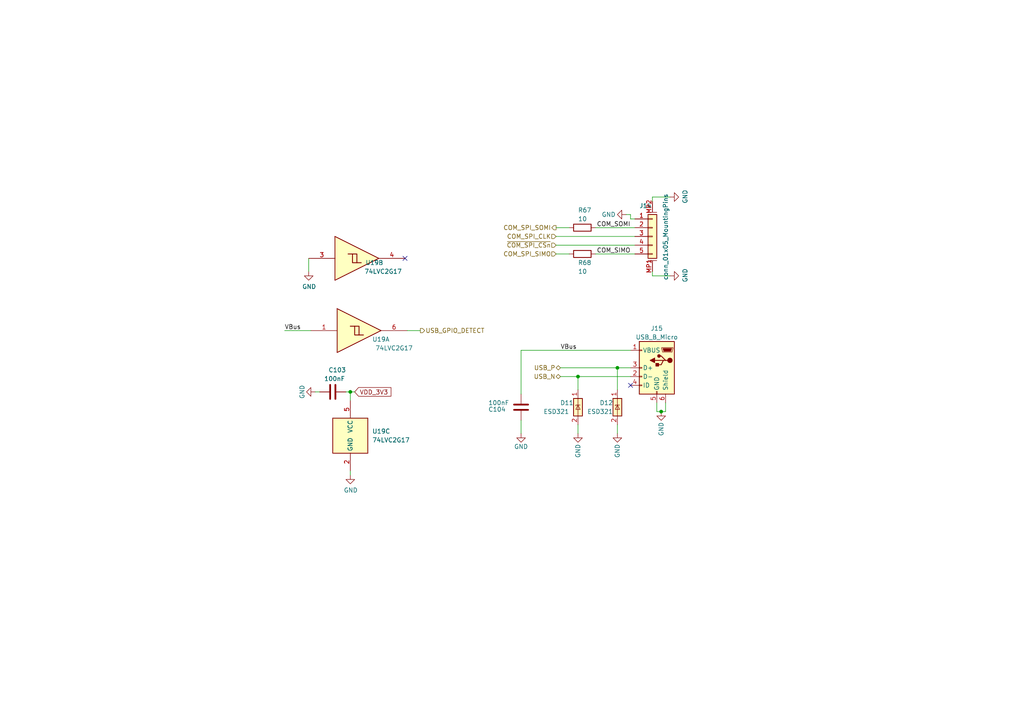
<source format=kicad_sch>
(kicad_sch (version 20230121) (generator eeschema)
  (paper "A4")
  (title_block (title "Open MOtor DRiver Initiative (OMODRI)") (date "2022-11-24") (rev "2.0") (company "LAAS/CNRS"))
  (lib_symbols
    (symbol "74xGxx:74LVC2G17"
      (property "Reference" "U" (at -1.27 7.62 0))
      (property "Value" "74LVC2G17" (at 2.54 -7.62 0))
      (symbol "74LVC2G17_1_1"
        (polyline (pts (xy -2.54 1.27) (xy -1.27 1.27) (xy -1.27 -1.27)) (stroke (width 0.254)) (fill (type background)))
        (polyline (pts (xy -7.62 6.35) (xy -7.62 -6.35) (xy 5.08 0) (xy -7.62 6.35)) (stroke (width 0.254)) (fill (type background)))
        (polyline (pts (xy -3.81 1.27) (xy -2.54 1.27) (xy -2.54 -1.27) (xy 0 -1.27)) (stroke (width 0.254)) (fill (type background)))
        (pin input line (at -15.24 0 0) (length 7.62) (name "~") (number "1"))
        (pin output line (at 12.7 0 180) (length 7.62) (name "~") (number "6"))
      )
      (symbol "74LVC2G17_2_1"
        (polyline (pts (xy -2.54 1.27) (xy -1.27 1.27) (xy -1.27 -1.27)) (stroke (width 0.254)) (fill (type background)))
        (polyline (pts (xy -7.62 6.35) (xy -7.62 -6.35) (xy 5.08 0) (xy -7.62 6.35)) (stroke (width 0.254)) (fill (type background)))
        (polyline (pts (xy -3.81 1.27) (xy -2.54 1.27) (xy -2.54 -1.27) (xy 0 -1.27)) (stroke (width 0.254)) (fill (type background)))
        (pin input line (at -15.24 0 0) (length 7.62) (name "~") (number "3"))
        (pin output line (at 12.7 0 180) (length 7.62) (name "~") (number "4"))
      )
      (symbol "74LVC2G17_3_0"
        (rectangle (start -5.08 -5.08) (end 5.08 5.08) (stroke (width 0.254)) (fill (type background)))
      )
      (symbol "74LVC2G17_3_1"
        (pin power_in line (at 0 -10.16 90) (length 5.08) (name "GND") (number "2"))
        (pin power_in line (at 0 10.16 270) (length 5.08) (name "VCC") (number "5"))
      )
    )
    (symbol "Device:C" (pin_numbers hide) (pin_names (offset 0.254))
      (property "Reference" "C" (at 0.635 2.54 0))
      (property "Value" "C" (at 0.635 -2.54 0))
      (symbol "C_0_1"
        (polyline (pts (xy -2.032 -0.762) (xy 2.032 -0.762)) (stroke (width 0.508)))
        (polyline (pts (xy -2.032 0.762) (xy 2.032 0.762)) (stroke (width 0.508)))
      )
      (symbol "C_1_1"
        (pin passive line (at 0 3.81 270) (length 2.794) (name "~") (number "1"))
        (pin passive line (at 0 -3.81 90) (length 2.794) (name "~") (number "2"))
      )
    )
    (symbol "Device:R" (pin_numbers hide) (pin_names (offset 0))
      (property "Reference" "R" (at 2.032 0 90))
      (property "Value" "R" (at 0 0 90))
      (symbol "R_0_1"
        (rectangle (start -1.016 -2.54) (end 1.016 2.54) (stroke (width 0.254)))
      )
      (symbol "R_1_1"
        (pin passive line (at 0 3.81 270) (length 1.27) (name "~") (number "1"))
        (pin passive line (at 0 -3.81 90) (length 1.27) (name "~") (number "2"))
      )
    )
    (symbol "omodri_lib:ESD321" (pin_names hide)
      (property "Reference" "D" (at 3.175 1.905 0))
      (property "Value" "ESD321" (at 1.905 -1.905 0))
      (symbol "ESD321_0_0"
        (pin passive line (at 0 -5.08 90) (length 2.54) (name "GND") (number "2"))
      )
      (symbol "ESD321_0_1"
        (rectangle (start -1.27 2.54) (end 1.27 -2.54) (stroke (width 0.254)) (fill (type background)))
        (polyline (pts (xy 0 2.54) (xy 0 -2.54)))
        (polyline (pts (xy -0.635 0.635) (xy 0.635 0.635) (xy 0.635 0.381)))
        (polyline (pts (xy -0.635 -0.635) (xy 0.635 -0.635) (xy 0 0.635) (xy -0.635 -0.635)))
      )
      (symbol "ESD321_1_1"
        (pin passive line (at 0 5.08 270) (length 2.54) (name "IO1") (number "1"))
      )
    )
    (symbol "omodri_lib:USB_B_Micro" (pin_names (offset 1.016))
      (property "Reference" "J" (at -5.08 11.43 0))
      (property "Value" "USB_B_Micro" (at -5.08 8.89 0))
      (symbol "USB_B_Micro_0_1"
        (rectangle (start -5.08 -7.62) (end 5.08 7.62) (stroke (width 0.254)) (fill (type background)))
        (circle (center -3.81 2.159) (radius 0.635) (stroke (width 0.254)) (fill (type outline)))
        (circle (center -0.635 3.429) (radius 0.381) (stroke (width 0.254)) (fill (type outline)))
        (rectangle (start -0.127 -7.62) (end 0.127 -6.858))
        (polyline (pts (xy -1.905 2.159) (xy 0.635 2.159)) (stroke (width 0.254)))
        (polyline (pts (xy -3.175 2.159) (xy -2.54 2.159) (xy -1.27 3.429) (xy -0.635 3.429)) (stroke (width 0.254)))
        (polyline (pts (xy -2.54 2.159) (xy -1.905 2.159) (xy -1.27 0.889) (xy 0 0.889)) (stroke (width 0.254)))
        (polyline (pts (xy 0.635 2.794) (xy 0.635 1.524) (xy 1.905 2.159) (xy 0.635 2.794)) (stroke (width 0.254)) (fill (type outline)))
        (polyline (pts (xy -4.318 5.588) (xy -1.778 5.588) (xy -2.032 4.826) (xy -4.064 4.826) (xy -4.318 5.588)) (fill (type outline)))
        (polyline (pts (xy -4.699 5.842) (xy -4.699 5.588) (xy -4.445 4.826) (xy -4.445 4.572) (xy -1.651 4.572) (xy -1.651 4.826) (xy -1.397 5.588) (xy -1.397 5.842) (xy -4.699 5.842)))
        (rectangle (start 0.254 1.27) (end -0.508 0.508) (stroke (width 0.254)) (fill (type outline)))
        (rectangle (start 5.08 -5.207) (end 4.318 -4.953))
        (rectangle (start 5.08 -2.667) (end 4.318 -2.413))
        (rectangle (start 5.08 -0.127) (end 4.318 0.127))
        (rectangle (start 5.08 4.953) (end 4.318 5.207))
      )
      (symbol "USB_B_Micro_1_1"
        (pin power_out line (at 7.62 5.08 180) (length 2.54) (name "VBUS") (number "1"))
        (pin passive line (at 7.62 -2.54 180) (length 2.54) (name "D-") (number "2"))
        (pin passive line (at 7.62 0 180) (length 2.54) (name "D+") (number "3"))
        (pin passive line (at 7.62 -5.08 180) (length 2.54) (name "ID") (number "4"))
        (pin passive line (at 0 -10.16 90) (length 2.54) (name "GND") (number "5"))
        (pin passive line (at -2.54 -10.16 90) (length 2.54) (name "Shield") (number "6"))
      )
    )
    (symbol "omodri_lib:conn_01x05_MountingPins" (pin_names hide)
      (property "Reference" "J" (at 13.97 1.905 0))
      (property "Value" "conn_01x05_MountingPins" (at 14.605 0 0))
      (symbol "conn_01x05_MountingPins_1_1"
        (rectangle (start -1.27 -4.953) (end 0 -5.207) (stroke (width 0.1524)))
        (rectangle (start -1.27 -2.413) (end 0 -2.667) (stroke (width 0.1524)))
        (rectangle (start -1.27 0.127) (end 0 -0.127) (stroke (width 0.1524)))
        (rectangle (start -1.27 2.667) (end 0 2.413) (stroke (width 0.1524)))
        (rectangle (start -1.27 5.207) (end 0 4.953) (stroke (width 0.1524)))
        (rectangle (start -1.27 6.35) (end 1.27 -6.35) (stroke (width 0.254)) (fill (type background)))
        (polyline (pts (xy -1.27 -6.985) (xy 1.27 -6.985)) (stroke (width 0.1524)))
        (polyline (pts (xy 1.27 6.985) (xy -1.27 6.985)) (stroke (width 0.1524)))
        (pin passive line (at -5.08 5.08 0) (length 3.81) (name "Pin_1") (number "1"))
        (pin passive line (at -5.08 2.54 0) (length 3.81) (name "Pin_2") (number "2"))
        (pin passive line (at -5.08 0 0) (length 3.81) (name "Pin_3") (number "3"))
        (pin passive line (at -5.08 -2.54 0) (length 3.81) (name "Pin_4") (number "4"))
        (pin passive line (at -5.08 -5.08 0) (length 3.81) (name "Pin_5") (number "5"))
        (pin passive line (at 0 -10.16 90) (length 3.048) (name "MountPin1") (number "MP1"))
        (pin passive line (at 0 10.16 270) (length 3.048) (name "MountPin2") (number "MP2"))
      )
    )
    (symbol "power:GND" (power) (pin_names (offset 0))
      (property "Value" "GND" (at 0 -3.81 0))
      (symbol "GND_0_1"
        (polyline (pts (xy 0 0) (xy 0 -1.27) (xy 1.27 -1.27) (xy 0 -2.54) (xy -1.27 -1.27) (xy 0 -1.27)))
      )
      (symbol "GND_1_1"
        (pin power_in line (at 0 0 270) (length 0) hide (name "GND") (number "1"))
      )
    )
  )
  (junction (at 101.6 113.665))
  (junction (at 167.64 109.22))
  (junction (at 191.77 119.38))
  (junction (at 179.07 106.68))
  (no_connect (at 117.475 74.93))
  (no_connect (at 182.88 111.76))
  (wire (pts (xy 189.23 78.74) (xy 189.23 80.01)))
  (wire (pts (xy 182.88 106.68) (xy 179.07 106.68)))
  (wire (pts (xy 167.64 113.03) (xy 167.64 109.22)))
  (wire (pts (xy 118.11 95.885) (xy 121.92 95.885)))
  (wire (pts (xy 161.29 68.58) (xy 184.15 68.58)))
  (wire (pts (xy 100.33 113.665) (xy 101.6 113.665)))
  (wire (pts (xy 184.15 73.66) (xy 172.72 73.66)))
  (wire (pts (xy 161.29 71.12) (xy 184.15 71.12)))
  (wire (pts (xy 182.88 62.23) (xy 181.61 62.23)))
  (wire (pts (xy 89.535 74.93) (xy 89.535 78.74)))
  (wire (pts (xy 182.88 63.5) (xy 184.15 63.5)))
  (wire (pts (xy 101.6 113.665) (xy 102.87 113.665)))
  (wire (pts (xy 194.31 80.01) (xy 189.23 80.01)))
  (wire (pts (xy 182.88 109.22) (xy 167.64 109.22)))
  (wire (pts (xy 167.64 125.73) (xy 167.64 123.19)))
  (wire (pts (xy 151.13 114.3) (xy 151.13 101.6)))
  (wire (pts (xy 91.44 113.665) (xy 92.71 113.665)))
  (wire (pts (xy 190.5 119.38) (xy 190.5 116.84)))
  (wire (pts (xy 167.64 109.22) (xy 162.56 109.22)))
  (wire (pts (xy 193.04 119.38) (xy 191.77 119.38)))
  (wire (pts (xy 179.07 113.03) (xy 179.07 106.68)))
  (wire (pts (xy 184.15 66.04) (xy 172.72 66.04)))
  (wire (pts (xy 179.07 125.73) (xy 179.07 123.19)))
  (wire (pts (xy 189.23 57.15) (xy 189.23 58.42)))
  (wire (pts (xy 165.1 66.04) (xy 161.29 66.04)))
  (wire (pts (xy 191.77 119.38) (xy 190.5 119.38)))
  (wire (pts (xy 151.13 101.6) (xy 182.88 101.6)))
  (wire (pts (xy 182.88 62.23) (xy 182.88 63.5)))
  (wire (pts (xy 193.04 116.84) (xy 193.04 119.38)))
  (wire (pts (xy 82.55 95.885) (xy 90.17 95.885)))
  (wire (pts (xy 101.6 113.665) (xy 101.6 116.205)))
  (wire (pts (xy 101.6 136.525) (xy 101.6 137.795)))
  (wire (pts (xy 179.07 106.68) (xy 162.56 106.68)))
  (wire (pts (xy 151.13 121.92) (xy 151.13 125.73)))
  (wire (pts (xy 194.31 57.15) (xy 189.23 57.15)))
  (wire (pts (xy 161.29 73.66) (xy 165.1 73.66)))
  (label "VBus" (at 82.55 95.885 0))
  (label "COM_SIMO" (at 182.88 73.66 180))
  (label "VBus" (at 162.56 101.6 0))
  (label "COM_SOMI" (at 182.88 66.04 180))
  (global_label "VDD_3V3" (shape input) (at 102.87 113.665 0) (property "Intersheetrefs" "${INTERSHEET_REFS}" (effects hide)))
  (hierarchical_label "~{COM_SPI_CSn}" (shape input) (at 161.29 71.12 180))
  (hierarchical_label "COM_SPI_CLK" (shape input) (at 161.29 68.58 180))
  (hierarchical_label "USB_GPIO_DETECT" (shape output) (at 121.92 95.885 0))
  (hierarchical_label "USB_N" (shape bidirectional) (at 162.56 109.22 180))
  (hierarchical_label "COM_SPI_SIMO" (shape input) (at 161.29 73.66 180))
  (hierarchical_label "USB_P" (shape bidirectional) (at 162.56 106.68 180))
  (hierarchical_label "COM_SPI_SOMI" (shape output) (at 161.29 66.04 180))
  (symbol (lib_id "omodri_lib:ESD321") (at 179.07 118.11 0) (mirror y) (unit 1)
    (property "Reference" "D12" (at 177.8 116.84 0) (effects (justify left)))
    (property "Value" "ESD321" (at 177.8 119.38 0) (effects (justify left)))
    (property "Footprint" "Diode_SMD:D_0402_1005Metric" (effects hide))
    (property "Datasheet" "https://www.ti.com/lit/ds/symlink/esd321.pdf" (effects hide))
    (property "DigiKey" "296-51108-1-ND" (effects hide))
    (property "Mouser" "595-ESD321DPYR" (effects hide))
    (property "Part No" "ESD321DPYR" (effects hide))
  )
  (symbol (lib_id "Device:R") (at 168.91 73.66 270) (mirror x) (unit 1)
    (property "Reference" "R68" (at 167.64 76.2 90) (effects (justify left)))
    (property "Value" "10" (at 167.64 78.74 90) (effects (justify left)))
    (property "Footprint" "Resistor_SMD:R_0201_0603Metric" (effects hide))
    (property "DigiKey" "P122669TR-ND" (effects hide))
    (property "Farnell" "2302282" (effects hide))
    (property "Mouser" "667-ERJ-1GNF10R0C" (effects hide))
    (property "Part No" "ERJ-1GNF10R0C" (effects hide))
    (property "RS" "179-7137" (effects hide))
  )
  (symbol (lib_id "power:GND") (at 194.31 80.01 90) (unit 1)
    (property "Reference" "#PWR0162" (effects hide))
    (property "Value" "GND" (at 198.7042 79.883 0))
  )
  (symbol (lib_id "74xGxx:74LVC2G17") (at 104.775 74.93 0) (unit 2)
    (property "Reference" "U19" (at 108.585 76.2 0))
    (property "Value" "74LVC2G17" (at 111.125 78.74 0))
    (property "Footprint" "udriver3:SOT886_USON_6_1.45x1.0mm_P0.5mm" (effects hide))
    (property "Datasheet" "http://www.ti.com/lit/sg/scyt129e/scyt129e.pdf" (effects hide))
    (property "DigiKey" "296-34875-1-ND" (effects hide))
    (property "Mouser" "595-SN74LVC2G17DRYR" (effects hide))
    (property "Part No" "SN74LVC2G17DRYR" (effects hide))
  )
  (symbol (lib_id "74xGxx:74LVC2G17") (at 105.41 95.885 0) (unit 1)
    (property "Reference" "U19" (at 110.49 98.425 0))
    (property "Value" "74LVC2G17" (at 114.3 100.965 0))
    (property "Footprint" "udriver3:SOT886_USON_6_1.45x1.0mm_P0.5mm" (effects hide))
    (property "Datasheet" "http://www.ti.com/lit/sg/scyt129e/scyt129e.pdf" (effects hide))
    (property "DigiKey" "296-34875-1-ND" (effects hide))
    (property "Mouser" "595-SN74LVC2G17DRYR" (effects hide))
    (property "Part No" "SN74LVC2G17DRYR" (effects hide))
  )
  (symbol (lib_id "power:GND") (at 181.61 62.23 270) (mirror x) (unit 1)
    (property "Reference" "#PWR0161" (effects hide))
    (property "Value" "GND" (at 176.53 62.23 90))
  )
  (symbol (lib_id "power:GND") (at 89.535 78.74 0) (unit 1)
    (property "Reference" "#PWR0164" (effects hide))
    (property "Value" "GND" (at 89.662 83.1342 0))
  )
  (symbol (lib_id "74xGxx:74LVC2G17") (at 101.6 126.365 0) (unit 3)
    (property "Reference" "U19" (at 107.95 125.095 0) (effects (justify left)))
    (property "Value" "74LVC2G17" (at 107.95 127.635 0) (effects (justify left)))
    (property "Footprint" "udriver3:SOT886_USON_6_1.45x1.0mm_P0.5mm" (effects hide))
    (property "Datasheet" "http://www.ti.com/lit/sg/scyt129e/scyt129e.pdf" (effects hide))
    (property "DigiKey" "296-34875-1-ND" (effects hide))
    (property "Mouser" "595-SN74LVC2G17DRYR" (effects hide))
    (property "Part No" "SN74LVC2G17DRYR" (effects hide))
  )
  (symbol (lib_id "power:GND") (at 91.44 113.665 270) (unit 1)
    (property "Reference" "#PWR0163" (effects hide))
    (property "Value" "GND" (at 87.63 113.665 0))
  )
  (symbol (lib_id "omodri_lib:conn_01x05_MountingPins") (at 189.23 68.58 0) (unit 1)
    (property "Reference" "J14" (at 185.42 59.69 0) (effects (justify left)))
    (property "Value" "conn_01x05_MountingPins" (at 193.04 81.28 90) (effects (justify left)))
    (property "Footprint" "udriver3:Hirose_DF13_05P-1.25H_1x05_P1.25mm_Right_angle" (effects hide))
    (property "DigiKey" "H126405-ND" (effects hide))
    (property "Farnell" "3019728" (effects hide))
    (property "Mouser" "798-DF13-5P-1.25H76" (effects hide))
    (property "Part No" "DF13-5P-1.25H(76)" (effects hide))
    (property "RS" "188-6306" (effects hide))
  )
  (symbol (lib_id "omodri_lib:ESD321") (at 167.64 118.11 0) (mirror y) (unit 1)
    (property "Reference" "D11" (at 166.37 116.84 0) (effects (justify left)))
    (property "Value" "ESD321" (at 165.1 119.38 0) (effects (justify left)))
    (property "Footprint" "Diode_SMD:D_0402_1005Metric" (effects hide))
    (property "Datasheet" "https://www.ti.com/lit/ds/symlink/esd321.pdf" (effects hide))
    (property "DigiKey" "296-51108-1-ND" (effects hide))
    (property "Mouser" "595-ESD321DPYR" (effects hide))
    (property "Part No" "ESD321DPYR" (effects hide))
  )
  (symbol (lib_id "omodri_lib:USB_B_Micro") (at 190.5 106.68 0) (mirror y) (unit 1)
    (property "Reference" "J15" (at 190.5 95.25 0))
    (property "Value" "USB_B_Micro" (at 190.5 97.79 0))
    (property "Footprint" "udriver3:USB_Micro-B_Molex_47346-0001" (effects hide))
    (property "DigiKey" "WM17141CT-ND" (effects hide))
    (property "Farnell" "1568026" (effects hide))
    (property "Mouser" "538-47346-0001" (effects hide))
    (property "Part No" "473460001" (effects hide))
    (property "RS" "702-5475" (effects hide))
  )
  (symbol (lib_id "power:GND") (at 179.07 125.73 0) (mirror y) (unit 1)
    (property "Reference" "#PWR0170" (effects hide))
    (property "Value" "GND" (at 179.07 130.81 90))
  )
  (symbol (lib_id "power:GND") (at 194.31 57.15 90) (unit 1)
    (property "Reference" "#PWR0160" (effects hide))
    (property "Value" "GND" (at 198.7042 57.023 0))
  )
  (symbol (lib_id "Device:C") (at 151.13 118.11 0) (mirror x) (unit 1)
    (property "Reference" "C104" (at 141.605 118.745 0) (effects (justify left)))
    (property "Value" "100nF" (at 141.605 116.84 0) (effects (justify left)))
    (property "Footprint" "Capacitor_SMD:C_0201_0603Metric" (effects hide))
    (property "Part No" "GRM033R61E104KE14J" (effects hide))
    (property "Rated Voltage" "25V" (effects hide))
    (property "Farnell" "3790414" (effects hide))
    (property "RS" "185-2066" (effects hide))
    (property "Mouser" "81-GRM033R61E104KE4J" (effects hide))
    (property "DigiKey" "490-14571-1-ND" (effects hide))
  )
  (symbol (lib_id "power:GND") (at 101.6 137.795 0) (unit 1)
    (property "Reference" "#PWR0165" (effects hide))
    (property "Value" "GND" (at 101.727 142.1892 0))
  )
  (symbol (lib_id "Device:R") (at 168.91 66.04 270) (mirror x) (unit 1)
    (property "Reference" "R67" (at 167.64 60.96 90) (effects (justify left)))
    (property "Value" "10" (at 167.64 63.5 90) (effects (justify left)))
    (property "Footprint" "Resistor_SMD:R_0201_0603Metric" (effects hide))
    (property "DigiKey" "P122669TR-ND" (effects hide))
    (property "Farnell" "2302282" (effects hide))
    (property "Mouser" "667-ERJ-1GNF10R0C" (effects hide))
    (property "Part No" "ERJ-1GNF10R0C" (effects hide))
    (property "RS" "179-7137" (effects hide))
  )
  (symbol (lib_id "power:GND") (at 167.64 125.73 0) (mirror y) (unit 1)
    (property "Reference" "#PWR0169" (effects hide))
    (property "Value" "GND" (at 167.64 130.81 90))
  )
  (symbol (lib_id "Device:C") (at 96.52 113.665 270) (unit 1)
    (property "Reference" "C103" (at 95.25 107.315 90) (effects (justify left)))
    (property "Value" "100nF" (at 93.98 109.855 90) (effects (justify left)))
    (property "Footprint" "Capacitor_SMD:C_0201_0603Metric" (effects hide))
    (property "DigiKey" "490-14571-1-ND" (effects hide))
    (property "Farnell" "3790414" (effects hide))
    (property "Mouser" "81-GRM033R61E104KE4J" (effects hide))
    (property "Part No" "GRM033R61E104KE14J" (effects hide))
    (property "RS" "185-2066" (effects hide))
    (property "Rated Voltage" "25V" (effects hide))
  )
  (symbol (lib_id "power:GND") (at 191.77 119.38 0) (mirror y) (unit 1)
    (property "Reference" "#PWR0167" (effects hide))
    (property "Value" "GND" (at 191.77 124.46 90))
  )
  (symbol (lib_id "power:GND") (at 151.13 125.73 0) (mirror y) (unit 1)
    (property "Reference" "#PWR0168" (effects hide))
    (property "Value" "GND" (at 151.13 129.54 0))
  )
)
</source>
